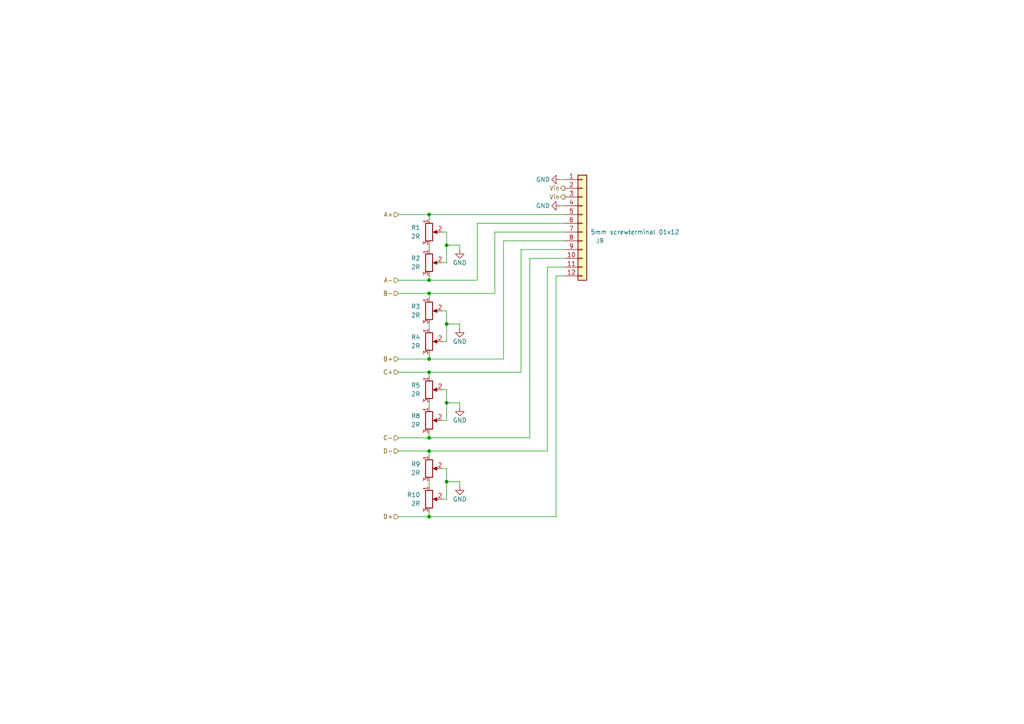
<source format=kicad_sch>
(kicad_sch (version 20211123) (generator eeschema)
  (paper "A4")
  (title_block (title "AIO438-Mainboard-TPCB") (date "2022-04-27") (rev "0.1") (company "ZOUDIO"))
  (lib_symbols
    (symbol "Connector_Generic:Conn_01x12" (pin_names (offset 1.016) hide)
      (property "Reference" "J" (at 0 15.24 0))
      (property "Value" "Conn_01x12" (at 0 -17.78 0))
      (symbol "Conn_01x12_1_1"
        (rectangle (start -1.27 -15.113) (end 0 -15.367) (stroke (width 0.1524)))
        (rectangle (start -1.27 -12.573) (end 0 -12.827) (stroke (width 0.1524)))
        (rectangle (start -1.27 -10.033) (end 0 -10.287) (stroke (width 0.1524)))
        (rectangle (start -1.27 -7.493) (end 0 -7.747) (stroke (width 0.1524)))
        (rectangle (start -1.27 -4.953) (end 0 -5.207) (stroke (width 0.1524)))
        (rectangle (start -1.27 -2.413) (end 0 -2.667) (stroke (width 0.1524)))
        (rectangle (start -1.27 0.127) (end 0 -0.127) (stroke (width 0.1524)))
        (rectangle (start -1.27 2.667) (end 0 2.413) (stroke (width 0.1524)))
        (rectangle (start -1.27 5.207) (end 0 4.953) (stroke (width 0.1524)))
        (rectangle (start -1.27 7.747) (end 0 7.493) (stroke (width 0.1524)))
        (rectangle (start -1.27 10.287) (end 0 10.033) (stroke (width 0.1524)))
        (rectangle (start -1.27 12.827) (end 0 12.573) (stroke (width 0.1524)))
        (rectangle (start -1.27 13.97) (end 1.27 -16.51) (stroke (width 0.254)) (fill (type background)))
        (pin passive line (at -5.08 12.7 0) (length 3.81) (name "Pin_1") (number "1"))
        (pin passive line (at -5.08 -10.16 0) (length 3.81) (name "Pin_10") (number "10"))
        (pin passive line (at -5.08 -12.7 0) (length 3.81) (name "Pin_11") (number "11"))
        (pin passive line (at -5.08 -15.24 0) (length 3.81) (name "Pin_12") (number "12"))
        (pin passive line (at -5.08 10.16 0) (length 3.81) (name "Pin_2") (number "2"))
        (pin passive line (at -5.08 7.62 0) (length 3.81) (name "Pin_3") (number "3"))
        (pin passive line (at -5.08 5.08 0) (length 3.81) (name "Pin_4") (number "4"))
        (pin passive line (at -5.08 2.54 0) (length 3.81) (name "Pin_5") (number "5"))
        (pin passive line (at -5.08 0 0) (length 3.81) (name "Pin_6") (number "6"))
        (pin passive line (at -5.08 -2.54 0) (length 3.81) (name "Pin_7") (number "7"))
        (pin passive line (at -5.08 -5.08 0) (length 3.81) (name "Pin_8") (number "8"))
        (pin passive line (at -5.08 -7.62 0) (length 3.81) (name "Pin_9") (number "9"))
      )
    )
    (symbol "Device:R_Potentiometer" (pin_names (offset 1.016) hide)
      (property "Reference" "RV" (at -4.445 0 90))
      (property "Value" "R_Potentiometer" (at -2.54 0 90))
      (symbol "R_Potentiometer_0_1"
        (polyline (pts (xy 2.54 0) (xy 1.524 0)))
        (polyline (pts (xy 1.143 0) (xy 2.286 0.508) (xy 2.286 -0.508) (xy 1.143 0)) (fill (type outline)))
        (rectangle (start 1.016 2.54) (end -1.016 -2.54) (stroke (width 0.254)))
      )
      (symbol "R_Potentiometer_1_1"
        (pin passive line (at 0 3.81 270) (length 1.27) (name "1") (number "1"))
        (pin passive line (at 3.81 0 180) (length 1.27) (name "2") (number "2"))
        (pin passive line (at 0 -3.81 90) (length 1.27) (name "3") (number "3"))
      )
    )
    (symbol "power:GND" (power) (pin_names (offset 0))
      (property "Value" "GND" (at 0 -3.81 0))
      (symbol "GND_0_1"
        (polyline (pts (xy 0 0) (xy 0 -1.27) (xy 1.27 -1.27) (xy 0 -2.54) (xy -1.27 -1.27) (xy 0 -1.27)))
      )
      (symbol "GND_1_1"
        (pin power_in line (at 0 0 270) (length 0) hide (name "GND") (number "1"))
      )
    )
  )
  (junction (at 124.46 85.09))
  (junction (at 129.54 71.12))
  (junction (at 124.46 107.95))
  (junction (at 129.54 93.98))
  (junction (at 129.54 139.7))
  (junction (at 124.46 81.28))
  (junction (at 124.46 130.81))
  (junction (at 124.46 149.86))
  (junction (at 124.46 104.14))
  (junction (at 124.46 127))
  (junction (at 129.54 116.84))
  (junction (at 124.46 62.23))
  (wire (pts (xy 124.46 116.84) (xy 124.46 118.11)))
  (wire (pts (xy 115.57 62.23) (xy 124.46 62.23)))
  (wire (pts (xy 146.05 69.85) (xy 163.83 69.85)))
  (wire (pts (xy 151.13 72.39) (xy 151.13 107.95)))
  (wire (pts (xy 133.35 116.84) (xy 129.54 116.84)))
  (wire (pts (xy 129.54 116.84) (xy 129.54 121.92)))
  (wire (pts (xy 133.35 72.39) (xy 133.35 71.12)))
  (wire (pts (xy 128.27 135.89) (xy 129.54 135.89)))
  (wire (pts (xy 138.43 81.28) (xy 138.43 64.77)))
  (wire (pts (xy 124.46 85.09) (xy 124.46 86.36)))
  (wire (pts (xy 129.54 113.03) (xy 129.54 116.84)))
  (wire (pts (xy 128.27 121.92) (xy 129.54 121.92)))
  (wire (pts (xy 129.54 90.17) (xy 129.54 93.98)))
  (wire (pts (xy 128.27 76.2) (xy 129.54 76.2)))
  (wire (pts (xy 128.27 90.17) (xy 129.54 90.17)))
  (wire (pts (xy 161.29 80.01) (xy 163.83 80.01)))
  (wire (pts (xy 124.46 130.81) (xy 124.46 132.08)))
  (wire (pts (xy 124.46 149.86) (xy 161.29 149.86)))
  (wire (pts (xy 124.46 85.09) (xy 143.51 85.09)))
  (wire (pts (xy 115.57 85.09) (xy 124.46 85.09)))
  (wire (pts (xy 115.57 127) (xy 124.46 127)))
  (wire (pts (xy 163.83 77.47) (xy 158.75 77.47)))
  (wire (pts (xy 133.35 140.97) (xy 133.35 139.7)))
  (wire (pts (xy 124.46 81.28) (xy 138.43 81.28)))
  (wire (pts (xy 133.35 139.7) (xy 129.54 139.7)))
  (wire (pts (xy 163.83 72.39) (xy 151.13 72.39)))
  (wire (pts (xy 128.27 67.31) (xy 129.54 67.31)))
  (wire (pts (xy 146.05 69.85) (xy 146.05 104.14)))
  (wire (pts (xy 115.57 104.14) (xy 124.46 104.14)))
  (wire (pts (xy 133.35 93.98) (xy 129.54 93.98)))
  (wire (pts (xy 153.67 74.93) (xy 153.67 127)))
  (wire (pts (xy 124.46 104.14) (xy 124.46 102.87)))
  (wire (pts (xy 129.54 135.89) (xy 129.54 139.7)))
  (wire (pts (xy 143.51 67.31) (xy 163.83 67.31)))
  (wire (pts (xy 129.54 71.12) (xy 129.54 76.2)))
  (wire (pts (xy 124.46 104.14) (xy 146.05 104.14)))
  (wire (pts (xy 124.46 149.86) (xy 124.46 148.59)))
  (wire (pts (xy 124.46 127) (xy 153.67 127)))
  (wire (pts (xy 158.75 130.81) (xy 124.46 130.81)))
  (wire (pts (xy 151.13 107.95) (xy 124.46 107.95)))
  (wire (pts (xy 124.46 139.7) (xy 124.46 140.97)))
  (wire (pts (xy 115.57 81.28) (xy 124.46 81.28)))
  (wire (pts (xy 138.43 64.77) (xy 163.83 64.77)))
  (wire (pts (xy 124.46 71.12) (xy 124.46 72.39)))
  (wire (pts (xy 129.54 93.98) (xy 129.54 99.06)))
  (wire (pts (xy 129.54 67.31) (xy 129.54 71.12)))
  (wire (pts (xy 115.57 107.95) (xy 124.46 107.95)))
  (wire (pts (xy 162.56 52.07) (xy 163.83 52.07)))
  (wire (pts (xy 115.57 130.81) (xy 124.46 130.81)))
  (wire (pts (xy 161.29 149.86) (xy 161.29 80.01)))
  (wire (pts (xy 133.35 118.11) (xy 133.35 116.84)))
  (wire (pts (xy 128.27 99.06) (xy 129.54 99.06)))
  (wire (pts (xy 129.54 139.7) (xy 129.54 144.78)))
  (wire (pts (xy 133.35 95.25) (xy 133.35 93.98)))
  (wire (pts (xy 153.67 74.93) (xy 163.83 74.93)))
  (wire (pts (xy 115.57 149.86) (xy 124.46 149.86)))
  (wire (pts (xy 124.46 81.28) (xy 124.46 80.01)))
  (wire (pts (xy 162.56 59.69) (xy 163.83 59.69)))
  (wire (pts (xy 158.75 77.47) (xy 158.75 130.81)))
  (wire (pts (xy 133.35 71.12) (xy 129.54 71.12)))
  (wire (pts (xy 128.27 144.78) (xy 129.54 144.78)))
  (wire (pts (xy 143.51 85.09) (xy 143.51 67.31)))
  (wire (pts (xy 124.46 107.95) (xy 124.46 109.22)))
  (wire (pts (xy 124.46 62.23) (xy 163.83 62.23)))
  (wire (pts (xy 128.27 113.03) (xy 129.54 113.03)))
  (wire (pts (xy 124.46 93.98) (xy 124.46 95.25)))
  (wire (pts (xy 124.46 127) (xy 124.46 125.73)))
  (wire (pts (xy 124.46 62.23) (xy 124.46 63.5)))
  (hierarchical_label "Vin" (shape output) (at 163.83 57.15 180))
  (hierarchical_label "B+" (shape input) (at 115.57 104.14 180))
  (hierarchical_label "B-" (shape input) (at 115.57 85.09 180))
  (hierarchical_label "A-" (shape input) (at 115.57 81.28 180))
  (hierarchical_label "Vin" (shape output) (at 163.83 54.61 180))
  (hierarchical_label "A+" (shape input) (at 115.57 62.23 180))
  (hierarchical_label "D-" (shape input) (at 115.57 130.81 180))
  (hierarchical_label "D+" (shape input) (at 115.57 149.86 180))
  (hierarchical_label "C-" (shape input) (at 115.57 127 180))
  (hierarchical_label "C+" (shape input) (at 115.57 107.95 180))
  (symbol (lib_id "power:GND") (at 162.56 59.69 270) (mirror x) (unit 1)
    (property "Reference" "#PWR0115" (effects hide))
    (property "Value" "GND" (at 157.48 59.69 90))
  )
  (symbol (lib_id "Connector_Generic:Conn_01x12") (at 168.91 64.77 0) (unit 1)
    (property "Reference" "J9" (at 173.99 69.85 0))
    (property "Value" "5mm screwterminal 01x12" (at 184.15 67.31 0))
    (property "Footprint" "Connector_Phoenix_MSTB:PhoenixContact_MSTBA_2,5_12-G-5,08_1x12_P5.08mm_Horizontal" (effects hide))
  )
  (symbol (lib_id "Device:R_Potentiometer") (at 124.46 90.17 0) (unit 1)
    (property "Reference" "R3" (at 121.92 88.8999 0) (effects (justify right)))
    (property "Value" "2R" (at 121.92 91.4399 0) (effects (justify right)))
    (property "Footprint" "Package_TO_SOT_SMD:TO-252-2" (effects hide))
  )
  (symbol (lib_id "Device:R_Potentiometer") (at 124.46 144.78 0) (unit 1)
    (property "Reference" "R10" (at 121.92 143.5099 0) (effects (justify right)))
    (property "Value" "2R" (at 121.92 146.0499 0) (effects (justify right)))
    (property "Footprint" "Package_TO_SOT_SMD:TO-252-2" (effects hide))
  )
  (symbol (lib_id "power:GND") (at 133.35 118.11 0) (unit 1)
    (property "Reference" "#PWR0110" (effects hide))
    (property "Value" "GND" (at 133.35 121.92 0))
  )
  (symbol (lib_id "Device:R_Potentiometer") (at 124.46 76.2 0)
    (property "Reference" "R2" (at 121.92 74.9299 0) (effects (justify right)))
    (property "Value" "2R" (at 121.92 77.4699 0) (effects (justify right)))
    (property "Footprint" "Package_TO_SOT_SMD:TO-252-2" (effects hide))
  )
  (symbol (lib_id "power:GND") (at 133.35 72.39 0)
    (property "Reference" "#PWR0131" (effects hide))
    (property "Value" "GND" (at 133.35 76.2 0))
  )
  (symbol (lib_id "Device:R_Potentiometer") (at 124.46 121.92 0) (unit 1)
    (property "Reference" "R8" (at 121.92 120.6499 0) (effects (justify right)))
    (property "Value" "2R" (at 121.92 123.1899 0) (effects (justify right)))
    (property "Footprint" "Package_TO_SOT_SMD:TO-252-2" (effects hide))
  )
  (symbol (lib_id "power:GND") (at 133.35 140.97 0) (unit 1)
    (property "Reference" "#PWR0109" (effects hide))
    (property "Value" "GND" (at 133.35 144.78 0))
  )
  (symbol (lib_id "power:GND") (at 133.35 95.25 0) (unit 1)
    (property "Reference" "#PWR0102" (effects hide))
    (property "Value" "GND" (at 133.35 99.06 0))
  )
  (symbol (lib_id "Device:R_Potentiometer") (at 124.46 99.06 0) (unit 1)
    (property "Reference" "R4" (at 121.92 97.7899 0) (effects (justify right)))
    (property "Value" "2R" (at 121.92 100.3299 0) (effects (justify right)))
    (property "Footprint" "Package_TO_SOT_SMD:TO-252-2" (effects hide))
  )
  (symbol (lib_id "Device:R_Potentiometer") (at 124.46 113.03 0) (unit 1)
    (property "Reference" "R5" (at 121.92 111.7599 0) (effects (justify right)))
    (property "Value" "2R" (at 121.92 114.2999 0) (effects (justify right)))
    (property "Footprint" "Package_TO_SOT_SMD:TO-252-2" (effects hide))
  )
  (symbol (lib_id "Device:R_Potentiometer") (at 124.46 135.89 0) (unit 1)
    (property "Reference" "R9" (at 121.92 134.6199 0) (effects (justify right)))
    (property "Value" "2R" (at 121.92 137.1599 0) (effects (justify right)))
    (property "Footprint" "Package_TO_SOT_SMD:TO-252-2" (effects hide))
  )
  (symbol (lib_id "power:GND") (at 162.56 52.07 270) (mirror x) (unit 1)
    (property "Reference" "#PWR0114" (effects hide))
    (property "Value" "GND" (at 157.48 52.07 90))
  )
  (symbol (lib_id "Device:R_Potentiometer") (at 124.46 67.31 0)
    (property "Reference" "R1" (at 121.92 66.0399 0) (effects (justify right)))
    (property "Value" "2R" (at 121.92 68.5799 0) (effects (justify right)))
    (property "Footprint" "Package_TO_SOT_SMD:TO-252-2" (effects hide))
  )
)
</source>
